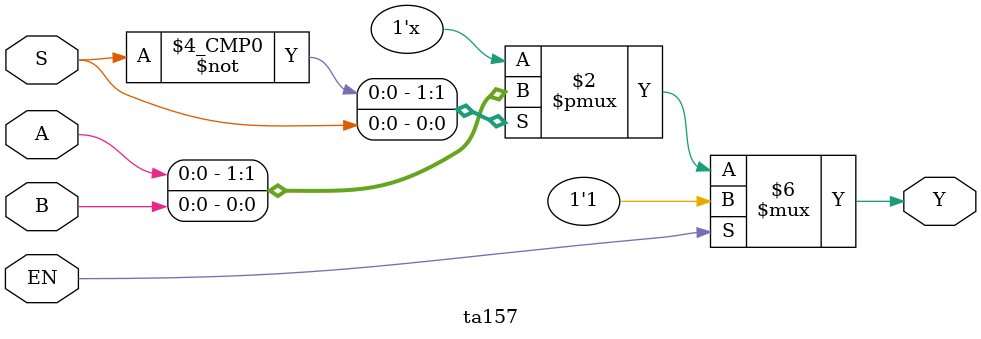
<source format=v>

module ta157(
    input           A,                  // 
    input           B,                  // 
    input           S,                  //
    input           EN,                 //
    output          Y                   // 
);

reg Y;

// 2x1 multiplexer
always @ ( * ) begin
    if (EN) begin
        Y <= 1'b1;
    end else begin
        case(S)
            2'b00 : Y <= A;
            2'b01 : Y <= B;
        endcase
    end
end

endmodule

</source>
